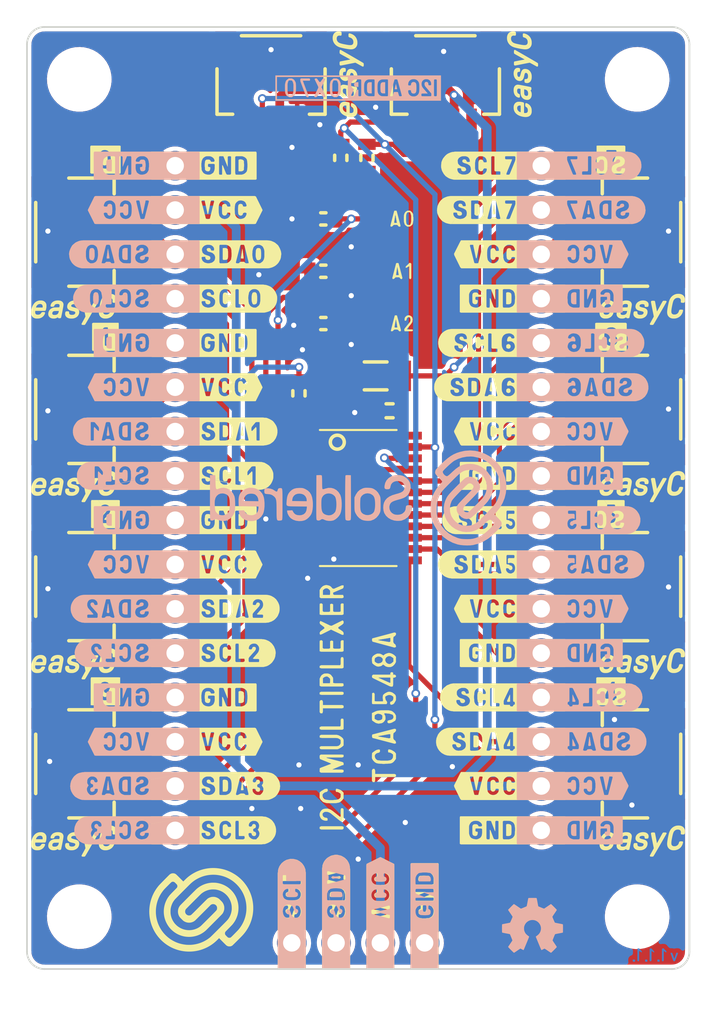
<source format=kicad_pcb>
(kicad_pcb (version 20210623) (generator pcbnew)
  (title_block (title "I2C multiplexer TCA9548A") (date "2021-09-09") (rev "V1.1.1.") (company "SOLDERED") (comment 1 "333042"))
  (layers (0 "F.Cu" signal) (31 "B.Cu" signal) (34 "B.Paste" user) (35 "F.Paste" user) (36 "B.SilkS" user "B.Silkscreen") (37 "F.SilkS" user "F.Silkscreen") (38 "B.Mask" user) (39 "F.Mask" user) (44 "Edge.Cuts" user))
  (net 0 "")
  (net 1 "GND")
  (net 2 "VCC")
  (net 3 "A0")
  (net 4 "A1")
  (net 5 "A2")
  (net 6 "SCL")
  (net 7 "SDA")
  (net 8 "SDA4")
  (net 9 "SCL4")
  (net 10 "SDA0")
  (net 11 "SCL0")
  (net 12 "SDA1")
  (net 13 "SCL1")
  (net 14 "SDA5")
  (net 15 "SCL5")
  (net 16 "SDA2")
  (net 17 "SCL2")
  (net 18 "SDA6")
  (net 19 "SCL6")
  (net 20 "SDA3")
  (net 21 "SCL3")
  (net 22 "SDA7")
  (net 23 "SCL7")
  (net 24 "Net-(R4-Pad2)")
  (footprint "buzzardLabel" (layer "F.Cu") (at 131 106.85)
    (fp_text reference "")
    (fp_text value "")
  )
  (footprint "buzzardLabel" (layer "F.Cu") (at 121.2 103.2)
    (fp_text reference "")
    (fp_text value "")
  )
  (footprint "e-radionica.com footprinti:easyC-connector" (layer "F.Cu") (at 103 128.44 90)
    (fp_text reference "K18")
    (fp_text value "easyC-SMD")
  )
  (footprint "buzzardLabel" (layer "F.Cu") (at 131 117.01)
    (fp_text reference "")
    (fp_text value "")
  )
  (footprint "buzzardLabel" (layer "F.Cu") (at 106.4 96.69)
    (fp_text reference "")
    (fp_text value "")
  )
  (footprint "buzzardLabel" (layer "F.Cu") (at 114.89 140.6 90)
    (fp_text reference "")
    (fp_text value "")
  )
  (footprint "buzzardLabel" (layer "F.Cu") (at 106.4 122.09)
    (fp_text reference "")
    (fp_text value "")
  )
  (footprint "buzzardLabel" (layer "F.Cu") (at 106.4 114.47)
    (fp_text reference "")
    (fp_text value "")
  )
  (footprint "e-radionica.com footprinti:FIDUCIAL_23" (layer "F.Cu") (at 135.2 128.5)
    (fp_text reference "FD1")
    (fp_text value "FIDUCIAL")
  )
  (footprint "buzzardLabel" (layer "F.Cu") (at 122.51 140.6 90)
    (fp_text reference "")
    (fp_text value "")
  )
  (footprint "buzzardLabel" (layer "F.Cu") (at 131 132.25)
    (fp_text reference "")
    (fp_text value "")
  )
  (footprint "e-radionica.com footprinti:0603R" (layer "F.Cu") (at 116.7 97.2)
    (fp_text reference "R1")
    (fp_text value "10k")
  )
  (footprint "buzzardLabel" (layer "F.Cu") (at 106.4 127.17)
    (fp_text reference "")
    (fp_text value "")
  )
  (footprint "Soldered Graphics:Logo-Front-easyC-5mm" (layer "F.Cu") (at 102.4 122.68)
    (fp_text reference "G***" hide)
    (fp_text value "LOGO" hide)
  )
  (footprint "buzzardLabel" (layer "F.Cu") (at 131 101.77)
    (fp_text reference "")
    (fp_text value "")
  )
  (footprint "buzzardLabel" (layer "F.Cu") (at 106.4 117.01)
    (fp_text reference "")
    (fp_text value "")
  )
  (footprint "e-radionica.com footprinti:easyC-connector" (layer "F.Cu") (at 103 118.28 90)
    (fp_text reference "K14")
    (fp_text value "easyC-SMD")
  )
  (footprint "buzzardLabel" (layer "F.Cu") (at 106.4 106.85)
    (fp_text reference "")
    (fp_text value "")
  )
  (footprint "e-radionica.com footprinti:easyC-connector" (layer "F.Cu") (at 123.7 89.5)
    (fp_text reference "K2")
    (fp_text value "easyC-SMD")
  )
  (footprint "buzzardLabel" (layer "F.Cu") (at 104.2 114.12)
    (fp_text reference "")
    (fp_text value "")
  )
  (footprint "buzzardLabel" (layer "F.Cu") (at 131 109.39)
    (fp_text reference "")
    (fp_text value "")
  )
  (footprint "e-radionica.com footprinti:easyC-connector" (layer "F.Cu") (at 103 108.12 90)
    (fp_text reference "K10")
    (fp_text value "easyC-SMD")
  )
  (footprint "e-radionica.com footprinti:SMD_JUMPER" (layer "F.Cu") (at 119.7 97.2)
    (fp_text reference "JP1")
    (fp_text value "SMD_JUMPER")
  )
  (footprint "buzzardLabel" (layer "F.Cu") (at 106.4 132.25)
    (fp_text reference "")
    (fp_text value "")
  )
  (footprint "buzzardLabel" (layer "F.Cu") (at 104.2 93.8)
    (fp_text reference "")
    (fp_text value "")
  )
  (footprint "e-radionica.com footprinti:0603R" (layer "F.Cu") (at 119.2 93.7 -90)
    (fp_text reference "R6")
    (fp_text value "10k")
  )
  (footprint "buzzardLabel" (layer "F.Cu") (at 121.2 97.2)
    (fp_text reference "")
    (fp_text value "")
  )
  (footprint "buzzardLabel" (layer "F.Cu") (at 133.2 114.12)
    (fp_text reference "")
    (fp_text value "")
  )
  (footprint "buzzardLabel" (layer "F.Cu") (at 106.4 124.63)
    (fp_text reference "")
    (fp_text value "")
  )
  (footprint "e-radionica.com footprinti:TSSOP-24" (layer "F.Cu") (at 118.7 113.2)
    (fp_text reference "U1")
    (fp_text value "TCA9548APWR")
  )
  (footprint "e-radionica.com footprinti:easyC-connector" (layer "F.Cu") (at 134.4 108.12 -90)
    (fp_text reference "K15")
    (fp_text value "easyC-SMD")
  )
  (footprint "buzzardLabel" (layer "F.Cu") (at 104.2 124.28)
    (fp_text reference "")
    (fp_text value "")
  )
  (footprint "buzzardLabel" (layer "F.Cu") (at 131 111.93)
    (fp_text reference "")
    (fp_text value "")
  )
  (footprint "buzzardLabel" (layer "F.Cu") (at 131 127.17)
    (fp_text reference "")
    (fp_text value "")
  )
  (footprint "e-radionica.com footprinti:0603R" (layer "F.Cu") (at 116.7 103.2)
    (fp_text reference "R3")
    (fp_text value "10k")
  )
  (footprint "buzzardLabel" (layer "F.Cu") (at 106.4 101.77)
    (fp_text reference "")
    (fp_text value "")
  )
  (footprint "e-radionica.com footprinti:HOLE_3.2mm" (layer "F.Cu") (at 102.7 89.2)
    (fp_text reference "H2" hide)
    (fp_text value "HOLE_3.2mm" hide)
  )
  (footprint "e-radionica.com footprinti:HOLE_3.2mm" (layer "F.Cu") (at 102.7 137.2)
    (fp_text reference "H1" hide)
    (fp_text value "HOLE_3.2mm" hide)
  )
  (footprint "buzzardLabel" (layer "F.Cu") (at 133.2 103.96)
    (fp_text reference "")
    (fp_text value "")
  )
  (footprint "e-radionica.com footprinti:easyC-connector" (layer "F.Cu") (at 134.4 118.28 -90)
    (fp_text reference "K11")
    (fp_text value "easyC-SMD")
  )
  (footprint "e-radionica.com footprinti:SMD_JUMPER" (layer "F.Cu") (at 119.7 103.2)
    (fp_text reference "JP3")
    (fp_text value "SMD_JUMPER")
  )
  (footprint "e-radionica.com footprinti:easyC-connector" (layer "F.Cu") (at 134.4 97.96 -90)
    (fp_text reference "K19")
    (fp_text value "easyC-SMD")
  )
  (footprint "Soldered Graphics:Logo-Front-easyC-5mm" (layer "F.Cu") (at 128.1 88.9 90)
    (fp_text reference "G***" hide)
    (fp_text value "LOGO" hide)
  )
  (footprint "e-radionica.com footprinti:0603R" (layer "F.Cu") (at 116.7 100.2)
    (fp_text reference "R2")
    (fp_text value "10k")
  )
  (footprint "e-radionica.com footprinti:HOLE_3.2mm" (layer "F.Cu") (at 134.7 89.2)
    (fp_text reference "H4" hide)
    (fp_text value "HOLE_3.2mm" hide)
  )
  (footprint "e-radionica.com footprinti:easyC-connector" (layer "F.Cu") (at 134.4 128.44 -90)
    (fp_text reference "K6")
    (fp_text value "easyC-SMD")
  )
  (footprint "e-radionica.com footprinti:easyC-connector" (layer "F.Cu") (at 103 97.96 90)
    (fp_text reference "K7")
    (fp_text value "easyC-SMD")
  )
  (footprint "buzzardLabel" (layer "F.Cu") (at 131 99.23)
    (fp_text reference "")
    (fp_text value "")
  )
  (footprint "buzzardLabel" (layer "F.Cu") (at 131 129.71)
    (fp_text reference "")
    (fp_text value "")
  )
  (footprint "buzzardLabel" (layer "F.Cu") (at 121.2 100.2)
    (fp_text reference "")
    (fp_text value "")
  )
  (footprint "buzzardLabel" (layer "F.Cu") (at 106.4 119.55)
    (fp_text reference "")
    (fp_text value "")
  )
  (footprint "buzzardLabel" (layer "F.Cu") (at 133.2 93.8)
    (fp_text reference "")
    (fp_text value "")
  )
  (footprint "Soldered Graphics:Logo-Front-easyC-5mm" (layer "F.Cu") (at 135 122.68)
    (fp_text reference "G***" hide)
    (fp_text value "LOGO" hide)
  )
  (footprint "Soldered Graphics:Logo-Front-easyC-5mm" (layer "F.Cu") (at 102.4 112.52)
    (fp_text reference "G***" hide)
    (fp_text value "LOGO" hide)
  )
  (footprint "buzzardLabel" (layer "F.Cu") (at 106.4 129.71)
    (fp_text reference "")
    (fp_text value "")
  )
  (footprint "buzzardLabel" (layer "F.Cu") (at 131 96.69)
    (fp_text reference "")
    (fp_text value "")
  )
  (footprint "buzzardLabel" (layer "F.Cu") (at 131 94.15)
    (fp_text reference "")
    (fp_text value "")
  )
  (footprint "e-radionica.com footprinti:HOLE_3.2mm" (layer "F.Cu") (at 134.7 137.2)
    (fp_text reference "H3" hide)
    (fp_text value "HOLE_3.2mm" hide)
  )
  (footprint "buzzardLabel" (layer "F.Cu") (at 106.4 109.39)
    (fp_text reference "")
    (fp_text value "")
  )
  (footprint "buzzardLabel" (layer "F.Cu") (at 106.4 94.15)
    (fp_text reference "")
    (fp_text value "")
  )
  (footprint "e-radionica.com footprinti:SMD_JUMPER" (layer "F.Cu") (at 119.7 100.2)
    (fp_text reference "JP2")
    (fp_text value "SMD_JUMPER")
  )
  (footprint "Soldered Graphics:Logo-Front-easyC-5mm" (layer "F.Cu") (at 102.4 102.36)
    (fp_text reference "G***" hide)
    (fp_text value "LOGO" hide)
  )
  (footprint "buzzardLabel" (layer "F.Cu") (at 131 122.09)
    (fp_text reference "")
    (fp_text value "")
  )
  (footprint "buzzardLabel" (layer "F.Cu") (at 131 124.63)
    (fp_text reference "")
    (fp_text value "")
  )
  (footprint "buzzardLabel" (layer "F.Cu") (at 106.4 99.23)
    (fp_text reference "")
    (fp_text value "")
  )
  (footprint "buzzardLabel" (layer "F.Cu") (at 106.4 104.31)
    (fp_text reference "")
    (fp_text value "")
  )
  (footprint "Soldered Graphics:Logo-Front-easyC-5mm" (layer "F.Cu") (at 135 112.52)
    (fp_text reference "G***" hide)
    (fp_text value "LOGO" hide)
  )
  (footprint "Soldered Graphics:Logo-Front-easyC-5mm" (layer "F.Cu") (at 102.4 132.84)
    (fp_text reference "G***" hide)
    (fp_text value "LOGO" hide)
  )
  (footprint "e-radionica.com footprinti:0603C" (layer "F.Cu") (at 120.5 108.2)
    (fp_text reference "C1")
    (fp_text value "100n")
  )
  (footprint "buzzardLabel" (layer "F.Cu") (at 131 104.31)
    (fp_text reference "")
    (fp_text value "")
  )
  (footprint "Soldered Graphics:Logo-Back-OSH-3.5mm" (layer "F.Cu") (at 128.7 137.7)
    (fp_text reference "G***" hide)
    (fp_text value "LOGO" hide)
  )
  (footprint "e-radionica.com footprinti:easyC-connector" (layer "F.Cu") (at 113.7 89.5)
    (fp_text reference "K1")
    (fp_text value "easyC-SMD")
  )
  (footprint "buzzardLabel" (layer "F.Cu") (at 131 119.55)
    (fp_text reference "")
    (fp_text value "")
  )
  (footprint "buzzardLabel" (layer "F.Cu") (at 120.2 125.2 90)
    (fp_text reference "")
    (fp_text value "")
  )
  (footprint "buzzardLabel" (layer "F.Cu") (at 133.2 124.28)
    (fp_text reference "")
    (fp_text value "")
  )
  (footprint "buzzardLabel" (layer "F.Cu") (at 117.43 140.6 90)
    (fp_text reference "")
    (fp_text value "")
  )
  (footprint "buzzardLabel" (layer "F.Cu") (at 119.97 140.6 90)
    (fp_text reference "")
    (fp_text value "")
  )
  (footprint "Soldered Graphics:Logo-Back-SolderedFULL-17mm" (layer "F.Cu") (at 118.7 113.2)
    (fp_text reference "REF**" hide)
    (fp_text value "Logo-Front-SolderedFULL-17mm" hide)
  )
  (footprint "Soldered Graphics:Logo-Front-easyC-5mm" (layer "F.Cu") (at 118.1 88.9 90)
    (fp_text reference "G***" hide)
    (fp_text value "LOGO" hide)
  )
  (footprint "e-radionica.com footprinti:1206C" (layer "F.Cu") (at 119.7 106.2 180)
    (fp_text reference "C2")
    (fp_text value "10u")
  )
  (footprint "e-radionica.com footprinti:0603R" (layer "F.Cu") (at 115.3 107.2 -90)
    (fp_text reference "R4")
    (fp_text value "10k")
  )
  (footprint "buzzardLabel" (layer "F.Cu") (at 131 114.47)
    (fp_text reference "")
    (fp_text value "")
  )
  (footprint "buzzardLabel" (layer "F.Cu") (at 117.2 125.2 90)
    (fp_text reference "")
    (fp_text value "")
  )
  (footprint "e-radionica.com footprinti:0603R" (layer "F.Cu") (at 117.7 93.7 -90)
    (fp_text reference "R5")
    (fp_text value "10k")
  )
  (footprint "Soldered Graphics:Logo-Front-easyC-5mm" (layer "F.Cu") (at 135 132.84)
    (fp_text reference "G***" hide)
    (fp_text value "LOGO" hide)
  )
  (footprint "Soldered Graphics:Logo-Front-easyC-5mm" (layer "F.Cu") (at 135 102.36)
    (fp_text reference "G***" hide)
    (fp_text value "LOGO" hide)
  )
  (footprint "buzzardLabel" (layer "F.Cu") (at 104.2 103.96)
    (fp_text reference "")
    (fp_text value "")
  )
  (footprint "Soldered Graphics:Logo-Front-Soldered-6mm" (layer "F.Cu") (at 109.7 136.8 90)
    (fp_text reference "G***" hide)
    (fp_text value "LOGO" hide)
  )
  (footprint "buzzardLabel" (layer "F.Cu") (at 106.4 111.93)
    (fp_text reference "")
    (fp_text value "")
  )
  (footprint "buzzardLabel" (layer "B.Cu") (at 122.5 140.6125 90)
    (fp_text reference "")
    (fp_text value "")
  )
  (footprint "buzzardLabel" (layer "B.Cu") (at 114.89 140.6 90)
    (fp_text reference "")
    (fp_text value "")
  )
  (footprint "buzzardLabel" (layer "B.Cu") (at 127.4 127.17 180)
    (fp_text reference "")
    (fp_text value "")
  )
  (footprint "buzzardLabel" (layer "B.Cu") (at 127.4 94.15 180)
    (fp_text reference "")
    (fp_text value "")
  )
  (footprint "buzzardLabel" (layer "B.Cu") (at 127.4 99.23 180)
    (fp_text reference "")
    (fp_text value "")
  )
  (footprint "buzzardLabel" (layer "B.Cu") (at 127.4 122.09 180)
    (fp_text reference "")
    (fp_text value "")
  )
  (footprint "buzzardLabel" (layer "B.Cu") (at 119.97 140.6 90)
    (fp_text reference "")
    (fp_text value "")
  )
  (footprint "buzzardLabel" (layer "B.Cu") (at 127.4 96.69 180)
    (fp_text reference "")
    (fp_text value "")
  )
  (footprint "buzzardLabel" (layer "B.Cu") (at 110 129.71 180)
    (fp_text reference "")
    (fp_text value "")
  )
  (footprint "buzzardLabel" (layer "B.Cu") (at 127.4 101.77 180)
    (fp_text reference "")
    (fp_text value "")
  )
  (footprint "e-radionica.com footprinti:HEADER_MALE_4X1" (layer "B.Cu") (at 108.2 118.28 -90)
    (fp_text reference "K12")
    (fp_text value "HEADER_MALE_4X1")
  )
  (footprint "buzzardLabel" (layer "B.Cu") (at 110 104.31 180)
    (fp_text reference "")
    (fp_text value "")
  )
  (footprint "e-radionica.com footprinti:HEADER_MALE_4X1" (layer "B.Cu") (at 129.2 128.44 90)
    (fp_text reference "K4")
    (fp_text value "HEADER_MALE_4X1")
  )
  (footprint "buzzardLabel" (layer "B.Cu") (at 127.4 124.63 180)
    (fp_text reference "")
    (fp_text value "")
  )
  (footprint "buzzardLabel" (layer "B.Cu") (at 127.4 106.85 180)
    (fp_text reference "")
    (fp_text value "")
  )
  (footprint "buzzardLabel" (layer "B.Cu") (at 110 94.15 180)
    (fp_text reference "")
    (fp_text value "")
  )
  (footprint "buzzardLabel" (layer "B.Cu") (at 110 106.85 180)
    (fp_text reference "")
    (fp_text value "")
  )
  (footprint "e-radionica.com footprinti:HEADER_MALE_4X1" (layer "B.Cu") (at 129.2 97.96 90)
    (fp_text reference "K17")
    (fp_text value "HEADER_MALE_4X1")
  )
  (footprint "buzzardLabel" (layer "B.Cu") (at 127.4 129.71 180)
    (fp_text reference "")
    (fp_text value "")
  )
  (footprint "buzzardLabel" (layer "B.Cu") (at 127.4 111.93 180)
    (fp_text reference "")
    (fp_text value "")
  )
  (footprint "buzzardLabel" (layer "B.Cu") (at 117.43 140.6 90)
    (fp_text reference "")
    (fp_text value "")
  )
  (footprint "buzzardLabel" (layer "B.Cu") (at 110 101.77 180)
    (fp_text reference "")
    (fp_text value "")
  )
  (footprint "buzzardLabel" (layer "B.Cu") (at 110 119.55 180)
    (fp_text reference "")
    (fp_text value "")
  )
  (footprint "e-radionica.com footprinti:HEADER_MALE_4X1" (layer "B.Cu") (at 108.2 97.96 -90)
    (fp_text reference "K5")
    (fp_text value "HEADER_MALE_4X1")
  )
  (footprint "buzzardLabel" (layer "B.Cu") (at 127.4 117.01 180)
    (fp_text reference "")
    (fp_text value "")
  )
  (footprint "buzzardLabel" (layer "B.Cu") (at 110 111.93 180)
    (fp_text reference "")
    (fp_text value "")
  )
  (footprint "e-radionica.com footprinti:HEADER_MALE_4X1" (layer "B.Cu") (at 129.2 108.12 90)
    (fp_text reference "K13")
    (fp_text value "HEADER_MALE_4X1")
  )
  (footprint "Soldered Graphics:Symbol-Front-I2C-ADDR-Field" (layer "B.Cu") (at 118.7 89.7 180)
    (fp_text reference "REF**" hide)
    (fp_text value "Symbol-Front-I2C-ADDR-Field" hide)
  )
  (footprint "buzzardLabel" (layer "B.Cu") (at 110 99.23 180)
    (fp_text reference "")
    (fp_text value "")
  )
  (footprint "buzzardLabel" (layer "B.Cu") (at 110 96.69 180)
    (fp_text reference "")
    (fp_text value "")
  )
  (footprint "buzzardLabel" (layer "B.Cu") (at 110 132.25 180)
    (fp_text reference "")
    (fp_text value "")
  )
  (footprint "buzzardLabel" (layer "B.Cu") (at 110 114.47 180)
    (fp_text reference "")
    (fp_text value "")
  )
  (footprint "buzzardLabel" (layer "B.Cu") (at 127.4 104.31 180)
    (fp_text reference "")
    (fp_text value "")
  )
  (footprint "buzzardLabel" (layer "B.Cu") (at 110 117.01 180)
    (fp_text reference "")
    (fp_text value "")
  )
  (footprint "buzzardLabel" (layer "B.Cu") (at 110 124.63 180)
    (fp_text reference "")
    (fp_text value "")
  )
  (footprint "e-radionica.com footprinti:HEADER_MALE_4X1" (layer "B.Cu") (at 118.7 138.7 180)
    (fp_text reference "K3")
    (fp_text value "HEADER_MALE_4X1")
  )
  (footprint "Soldered Graphics:Version1.1.1." (layer "B.Cu") (at 135.7 139.4 180)
    (fp_text reference "REF**" hide)
    (fp_text value "Version1.1.1." hide)
  )
  (footprint "e-radionica.com footprinti:HEADER_MALE_4X1" (layer "B.Cu") (at 108.2 128.44 -90)
    (fp_text reference "K16")
    (fp_text value "HEADER_MALE_4X1")
  )
  (footprint "buzzardLabel" (layer "B.Cu") (at 127.4 119.55 180)
    (fp_text reference "")
    (fp_text value "")
  )
  (footprint "e-radionica.com footprinti:HEADER_MALE_4X1" (layer "B.Cu") (at 108.2 108.12 -90)
    (fp_text reference "K8")
    (fp_text value "HEADER_MALE_4X1")
  )
  (footprint "buzzardLabel" (layer "B.Cu") (at 127.4 109.39 180)
    (fp_text reference "")
    (fp_text value "")
  )
  (footprint "e-radionica.com footprinti:HEADER_MALE_4X1" (layer "B.Cu") (at 129.2 118.28 90)
    (fp_text reference "K9")
    (fp_text value "HEADER_MALE_4X1")
  )
  (footprint "buzzardLabel" (layer "B.Cu") (at 110 127.17 180)
    (fp_text reference "")
    (fp_text value "")
  )
  (footprint "buzzardLabel" (layer "B.Cu") (at 110 109.39 180)
    (fp_text reference "")
    (fp_text value "")
  )
  (footprint "buzzardLabel" (layer "B.Cu") (at 116.1 89.7 180)
    (fp_text reference "")
    (fp_text value "")
  )
  (footprint "buzzardLabel" (layer "B.Cu") (at 127.4 132.25 180)
    (fp_text reference "")
    (fp_text value "")
  )
  (footprint "buzzardLabel" (layer "B.Cu") (at 110 122.09 180)
    (fp_text reference "")
    (fp_text value "")
  )
  (footprint "buzzardLabel" (layer "B.Cu") (at 127.4 114.47 180)
    (fp_text reference "")
    (fp_text value "")
  )
  (gr_arc (start 100.7 139.2) (end 100.7 140.2) (angle 90) (layer "Edge.Cuts") (width 0.1))
  (gr_arc (start 100.7 87.2) (end 100.7 86.2) (angle -90) (layer "Edge.Cuts") (width 0.1))
  (gr_line (start 137.7 87.2) (end 137.7 139.2) (layer "Edge.Cuts") (width 0.1))
  (gr_arc (start 136.7 87.2) (end 136.7 86.2) (angle 90) (layer "Edge.Cuts") (width 0.1))
  (gr_arc (start 136.7 139.2) (end 136.7 140.2) (angle -90) (layer "Edge.Cuts") (width 0.1))
  (gr_line (start 136.7 140.2) (end 100.7 140.2) (layer "Edge.Cuts") (width 0.1))
  (gr_line (start 99.7 139.2) (end 99.7 87.2) (layer "Edge.Cuts") (width 0.1))
  (gr_line (start 100.7 86.2) (end 136.7 86.2) (layer "Edge.Cuts") (width 0.1))
  (via (at 118.3 98.8) (size 0.5) (drill 0.3) (layers "F.Cu" "B.Cu") (net 1))
  (via (at 118.7 133.9) (size 0.5) (drill 0.3) (layers "F.Cu" "B.Cu") (net 1))
  (via (at 100.9 97.9) (size 0.5) (drill 0.3) (layers "F.Cu" "B.Cu") (net 1))
  (via (at 115.5 104.7) (size 0.5) (drill 0.3) (layers "F.Cu" "B.Cu") (net 1))
  (via (at 119.7 90.8) (size 0.5) (drill 0.3) (layers "F.Cu" "B.Cu") (net 1))
  (via (at 115.8 117.8) (size 0.5) (drill 0.3) (layers "F.Cu" "B.Cu") (net 1))
  (via (at 114.9 97.2) (size 0.5) (drill 0.3) (layers "F.Cu" "B.Cu") (net 1))
  (via (at 124.1 128.6) (size 0.5) (drill 0.3) (layers "F.Cu" "B.Cu") (net 1))
  (via (at 101 128.3) (size 0.5) (drill 0.3) (layers "F.Cu" "B.Cu") (net 1))
  (via (at 113.4 114.4) (size 0.5) (drill 0.3) (layers "F.Cu" "B.Cu") (net 1))
  (via (at 118.3 101.6) (size 0.5) (drill 0.3) (layers "F.Cu" "B.Cu") (net 1))
  (via (at 100.9 118.4) (size 0.5) (drill 0.3) (layers "F.Cu" "B.Cu") (net 1))
  (via (at 121.4 131.8) (size 0.5) (drill 0.3) (layers "F.Cu" "B.Cu") (net 1))
  (via (at 123.6 87.6) (size 0.5) (drill 0.3) (layers "F.Cu" "B.Cu") (net 1))
  (via (at 115 103.3) (size 0.5) (drill 0.3) (layers "F.Cu" "B.Cu") (net 1))
  (via (at 100.9 108.2) (size 0.5) (drill 0.3) (layers "F.Cu" "B.Cu") (net 1))
  (via (at 116.5 91.8) (size 0.5) (drill 0.3) (layers "F.Cu" "B.Cu") (net 1))
  (via (at 133.4 125.9) (size 0.5) (drill 0.3) (layers "F.Cu" "B.Cu") (net 1))
  (via (at 134.4 130.8) (size 0.5) (drill 0.3) (layers "F.Cu" "B.Cu") (net 1))
  (via (at 112.6 131) (size 0.5) (drill 0.3) (layers "F.Cu" "B.Cu") (net 1))
  (via (at 136.5 97.9) (size 0.5) (drill 0.3) (layers "F.Cu" "B.Cu") (net 1))
  (via (at 113 100.4) (size 0.5) (drill 0.3) (layers "F.Cu" "B.Cu") (net 1))
  (via (at 118.7 128.5) (size 0.5) (drill 0.3) (layers "F.Cu" "B.Cu") (net 1))
  (via (at 114.9 93.1) (size 0.5) (drill 0.3) (layers "F.Cu" "B.Cu") (net 1))
  (via (at 118.3 104.4) (size 0.5) (drill 0.3) (layers "F.Cu" "B.Cu") (net 1))
  (via (at 117.3 116.7) (size 0.5) (drill 0.3) (layers "F.Cu" "B.Cu") (net 1))
  (via (at 113.7 87.5) (size 0.5) (drill 0.3) (layers "F.Cu" "B.Cu") (net 1))
  (via (at 115.4 131) (size 0.5) (drill 0.3) (layers "F.Cu" "B.Cu") (net 1))
  (via (at 115.3 128.5) (size 0.5) (drill 0.3) (layers "F.Cu" "B.Cu") (net 1))
  (via (at 136.5 108.1) (size 0.5) (drill 0.3) (layers "F.Cu" "B.Cu") (net 1))
  (via (at 118.5 108.3) (size 0.5) (drill 0.3) (layers "F.Cu" "B.Cu") (net 1))
  (via (at 136.5 118.3) (size 0.5) (drill 0.3) (layers "F.Cu" "B.Cu") (net 1))
  (segment (start 107.43 107.62) (end 108.2 106.85) (width 0.3) (layer "F.Cu") (net 2))
  (segment (start 129.97 108.62) (end 129.2 109.39) (width 0.3) (layer "F.Cu") (net 2))
  (segment (start 132.25 98.46) (end 129.97 98.46) (width 0.3) (layer "F.Cu") (net 2))
  (segment (start 120.05 97.2) (end 120.05 100.2) (width 0.3) (layer "F.Cu") (net 2))
  (segment (start 114.6 89.8) (end 123.9 89.8) (width 0.5) (layer "F.Cu") (net 2))
  (segment (start 106.54 97.46) (end 107.31 96.69) (width 0.3) (layer "F.Cu") (net 2))
  (segment (start 121.23 109.255) (end 121.6 109.625) (width 0.3) (layer "F.Cu") (net 2))
  (segment (start 123.7 106.2) (end 124.2 105.7) (width 0.3) (layer "F.Cu") (net 2))
  (segment (start 132.25 108.62) (end 129.97 108.62) (width 0.3) (layer "F.Cu") (net 2))
  (segment (start 106.46 127.94) (end 107.23 127.17) (width 0.3) (layer "F.Cu") (net 2))
  (segment (start 120.05 103.2) (end 120.05 103.85) (width 0.3) (layer "F.Cu") (net 2))
  (segment (start 120.05 96.05) (end 120.05 97.2) (width 0.3) (layer "F.Cu") (net 2))
  (segment (start 106.42 117.78) (end 107.19 117.01) (width 0.3) (layer "F.Cu") (net 2))
  (segment (start 121.225 106.2) (end 123.7 106.2) (width 0.3) (layer "F.Cu") (net 2))
  (segment (start 105.15 127.94) (end 106.46 127.94) (width 0.3) (layer "F.Cu") (net 2))
  (segment (start 131.26 128.94) (end 130.49 129.71) (width 0.3) (layer "F.Cu") (net 2))
  (segment (start 119.2 94.475) (end 117.7 94.475) (width 0.3) (layer "F.Cu") (net 2))
  (segment (start 105.15 107.62) (end 107.43 107.62) (width 0.3) (layer "F.Cu") (net 2))
  (segment (start 121.23 108.2) (end 121.23 109.255) (width 0.3) (layer "F.Cu") (net 2))
  (segment (start 119.2 94.475) (end 119.2 95.2) (width 0.3) (layer "F.Cu") (net 2))
  (segment (start 124.2 90.1) (end 124.2 91.65) (width 0.5) (layer "F.Cu") (net 2))
  (segment (start 123.9 89.8) (end 124.2 90.1) (width 0.5) (layer "F.Cu") (net 2))
  (segment (start 107.23 127.17) (end 108.2 127.17) (width 0.3) (layer "F.Cu") (net 2))
  (segment (start 114.2 90.2) (end 114.6 89.8) (width 0.5) (layer "F.Cu") (net 2))
  (segment (start 131.12 118.78) (end 130.35 119.55) (width 0.3) (layer "F.Cu") (net 2))
  (segment (start 119.2 95.2) (end 120.05 96.05) (width 0.3) (layer "F.Cu") (net 2))
  (segment (start 132.25 118.78) (end 131.12 118.78) (width 0.3) (layer "F.Cu") (net 2))
  (segment (start 121.225 106.2) (end 121.225 108.195) (width 0.3) (layer "F.Cu") (net 2))
  (segment (start 129.97 98.46) (end 129.2 99.23) (width 0.3) (layer "F.Cu") (net 2))
  (segment (start 107.31 96.69) (end 108.2 96.69) (width 0.3) (layer "F.Cu") (net 2))
  (segment (start 130.35 119.55) (end 129.2 119.55) (width 0.3) (layer "F.Cu") (net 2))
  (segment (start 114.2 91.65) (end 114.2 90.2) (width 0.5) (layer "F.Cu") (net 2))
  (segment (start 107.19 117.01) (end 108.2 117.01) (width 0.3) (layer "F.Cu") (net 2))
  (segment (start 121.225 108.195) (end 121.23 108.2) (width 0.3) (layer "F.Cu") (net 2))
  (segment (start 105.15 117.78) (end 106.42 117.78) (width 0.3) (layer "F.Cu") (net 2))
  (segment (start 121.225 105.025) (end 121.225 106.2) (width 0.3) (layer "F.Cu") (net 2))
  (segment (start 132.25 128.94) (end 131.26 128.94) (width 0.3) (layer "F.Cu") (net 2))
  (segment (start 120.05 100.2) (end 120.05 103.2) (width 0.3) (layer "F.Cu") (net 2))
  (segment (start 120.05 103.85) (end 121.225 105.025) (width 0.3) (layer "F.Cu") (net 2))
  (segment (start 115.3 106.425) (end 115.3 105.7) (width 0.3) (layer "F.Cu") (net 2))
  (segment (start 130.49 129.71) (end 129.2 129.71) (width 0.3) (layer "F.Cu") (net 2))
  (segment (start 105.15 97.46) (end 106.54 97.46) (width 0.3) (layer "F.Cu") (net 2))
  (via (at 115.3 105.7) (size 0.5) (drill 0.3) (layers "F.Cu" "B.Cu") (net 2))
  (via (at 124.2 105.7) (size 0.5) (drill 0.3) (layers "F.Cu" "B.Cu") (net 2))
  (via (at 124.2 90.1) (size 0.5) (drill 0.3) (layers "F.Cu" "B.Cu") (net 2))
  (segment (start 126.1 110.6) (end 126.1 103.9) (width 0.5) (layer "B.Cu") (net 2))
  (segment (start 119.97 133.27) (end 119.97 138.7) (width 0.5) (layer "B.Cu") (net 2))
  (segment (start 124.39 129.71) (end 126.1 128) (width 0.5) (layer "B.Cu") (net 2))
  (segment (start 112.9 105.7) (end 111.7 106.9) (width 0.3) (layer "B.Cu") (net 2))
  (segment (start 111.7 108.1) (end 110.45 106.85) (width 0.5) (layer "B.Cu") (net 2))
  (segment (start 111.7 97.7) (end 111.7 106.9) (width 0.5) (layer "B.Cu") (net 2))
  (segment (start 110.37 127.17) (end 111.7 128.5) (width 0.5) (layer "B.Cu") (net 2))
  (segment (start 111.7 118.3) (end 111.7 126.3) (width 0.5) (layer "B.Cu") (net 2))
  (segment (start 111.7 126.3) (end 111.7 128.5) (width 0.5) (layer "B.Cu") (net 2))
  (segment (start 108.2 127.17) (end 110.37 127.17) (width 0.5) (layer "B.Cu") (net 2))
  (segment (start 110.45 106.85) (end 108.2 106.85) (width 0.5) (layer "B.Cu") (net 2))
  (segment (start 124.39 129.71) (end 112.91 129.71) (width 0.5) (layer "B.Cu") (net 2))
  (segment (start 111.7 106.9) (end 111.7 108.1) (width 0.5) (layer "B.Cu") (net 2))
  (segment (start 124.2 105.7) (end 126 103.9) (width 0.3) (layer "B.Cu") (net 2))
  (segment (start 126.1 110.6) (end 127.31 109.39) (width 0.5) (layer "B.Cu") (net 2))
  (segment (start 111.7 118.3) (end 110.41 117.01) (width 0.5) (layer "B.Cu") (net 2))
  (segment (start 110.69 96.69) (end 111.7 97.7) (width 0.5) (layer "B.Cu") (net 2))
  (segment (start 111.7 108.1) (end 111.7 118.3) (width 0.5) (layer "B.Cu") (net 2))
  (segment (start 116.4 129.7) (end 119.97 133.27) (width 0.5) (layer "B.Cu") (net 2))
  (segment (start 126 103.9) (end 126.1 103.9) (width 0.3) (layer "B.Cu") (net 2))
  (segment (start 126.1 103.2) (end 126.1 100.5) (width 0.5) (layer "B.Cu") (net 2))
  (segment (start 126.1 103.9) (end 126.1 103.2) (width 0.5) (layer "B.Cu") (net 2))
  (segment (start 126.1 126.6) (end 126.1 120.3) (width 0.5) (layer "B.Cu") (net 2))
  (segment (start 127.37 99.23) (end 129.2 99.23) (width 0.5) (layer "B.Cu") (net 2))
  (segment (start 126.1 100.5) (end 126.1 92) (width 0.5) (layer "B.Cu") (net 2))
  (segment (start 126.1 92) (end 124.2 90.1) (width 0.5) (layer "B.Cu") (net 2))
  (segment (start 108.2 96.69) (end 110.69 96.69) (width 0.5) (layer "B.Cu") (net 2))
  (segment (start 115.3 105.7) (end 112.9 105.7) (width 0.3) (layer "B.Cu") (net 2))
  (segment (start 111.7 128.5) (end 112.9 129.7) (width 0.5) (layer "B.Cu") (net 2))
  (segment (start 126.1 100.5) (end 127.37 99.23) (width 0.5) (layer "B.Cu") (net 2))
  (segment (start 126.1 120.3) (end 126.1 110.6) (width 0.5) (layer "B.Cu") (net 2))
  (segment (start 126.1 120.3) (end 126.85 119.55) (width 0.5) (layer "B.Cu") (net 2))
  (segment (start 112.91 129.71) (end 112.9 129.7) (width 0.5) (layer "B.Cu") (net 2))
  (segment (start 129.2 129.71) (end 124.39 129.71) (width 0.5) (layer "B.Cu") (net 2))
  (segment (start 126.85 119.55) (end 129.2 119.55) (width 0.5) (layer "B.Cu") (net 2))
  (segment (start 112.9 129.7) (end 116.4 129.7) (width 0.5) (layer "B.Cu") (net 2))
  (segment (start 126.1 128) (end 126.1 126.6) (width 0.5) (layer "B.Cu") (net 2))
  (segment (start 127.31 109.39) (end 129.2 109.39) (width 0.5) (layer "B.Cu") (net 2))
  (segment (start 110.41 117.01) (end 108.2 117.01) (width 0.5) (layer "B.Cu") (net 2))
  (segment (start 114.625 109.625) (end 114.1 109.1) (width 0.3) (layer "F.Cu") (net 3))
  (segment (start 114.1 109.1) (end 114.1 103) (width 0.3) (layer "F.Cu") (net 3))
  (segment (start 115.8 109.625) (end 114.625 109.625) (width 0.3) (layer "F.Cu") (net 3))
  (segment (start 118.3 97.2) (end 117.475 97.2) (width 0.3) (layer "F.Cu") (net 3))
  (segment (start 119.35 97.2) (end 118.3 97.2) (width 0.3) (layer "F.Cu") (net 3))
  (via (at 114.1 103) (size 0.5) (drill 0.3) (layers "F.Cu" "B.Cu") (net 3))
  (via (at 118.3 97.2) (size 0.5) (drill 0.3) (layers "F.Cu" "B.Cu") (net 3))
  (segment (start 114.1 103) (end 114.1 101.4) (width 0.3) (layer "B.Cu") (net 3))
  (segment (start 114.1 101.4) (end 118.3 97.2) (width 0.3) (layer "B.Cu") (net 3))
  (segment (start 117.475 101.025) (end 117.475 100.2) (width 0.3) (layer "F.Cu") (net 4))
  (segment (start 115.8 110.275) (end 115.775 110.3) (width 0.3) (layer "F.Cu") (net 4))
  (segment (start 113.9 110.3) (end 113.4 109.8) (width 0.3) (layer "F.Cu") (net 4))
  (segment (start 113.4 102.7) (end 114.4 101.7) (width 0.3) (layer "F.Cu") (net 4))
  (segment (start 116.8 101.7) (end 117.475 101.025) (width 0.3) (layer "F.Cu") (net 4))
  (segment (start 117.475 100.2) (end 119.35 100.2) (width 0.3) (layer "F.Cu") (net 4))
  (segment (start 115.775 110.3) (end 113.9 110.3) (width 0.3) (layer "F.Cu") (net 4))
  (segment (start 113.4 109.8) (end 113.4 102.7) (width 0.3) (layer "F.Cu") (net 4))
  (segment (start 114.4 101.7) (end 116.8 101.7) (width 0.3) (layer "F.Cu") (net 4))
  (segment (start 117.475 103.2) (end 119.35 103.2) (width 0.3) (layer "F.Cu") (net 5))
  (segment (start 121.6 111.575) (end 119.175 111.575) (width 0.3) (layer "F.Cu") (net 5))
  (segment (start 116.6 104.7) (end 117.475 103.825) (width 0.3) (layer "F.Cu") (net 5))
  (segment (start 119.175 111.575) (end 117.79952 110.19952) (width 0.3) (layer "F.Cu") (net 5))
  (segment (start 117.79952 108.993093) (end 116.6 107.793573) (width 0.3) (layer "F.Cu") (net 5))
  (segment (start 117.475 103.825) (end 117.475 103.2) (width 0.3) (layer "F.Cu") (net 5))
  (segment (start 117.79952 110.19952) (end 117.79952 108.993093) (width 0.3) (layer "F.Cu") (net 5))
  (segment (start 116.6 107.793573) (end 116.6 104.7) (width 0.3) (layer "F.Cu") (net 5))
  (segment (start 113.3 94) (end 112.2 92.9) (width 0.3) (layer "F.Cu") (net 6))
  (segment (start 118.25 91.65) (end 122.2 91.65) (width 0.3) (layer "F.Cu") (net 6))
  (segment (start 117.9 92) (end 118.25 91.65) (width 0.3) (layer "F.Cu") (net 6))
  (segment (start 117.9 92) (end 117.7 92.2) (width 0.3) (layer "F.Cu") (net 6))
  (segment (start 116.1 94) (end 113.3 94) (width 0.3) (layer "F.Cu") (net 6))
  (segment (start 114.89 134.91) (end 121.9 127.9) (width 0.3) (layer "F.Cu") (net 6))
  (segment (start 117.7 92.925) (end 117.175 92.925) (width 0.3) (layer "F.Cu") (net 6))
  (segment (start 120.225 110.925) (end 121.6 110.925) (width 0.3) (layer "F.Cu") (net 6))
  (segment (start 117.7 92.2) (end 117.7 92.925) (width 0.3) (layer "F.Cu") (net 6))
  (segment (start 120.2 110.9) (end 120.225 110.925) (width 0.3) (layer "F.Cu") (net 6))
  (segment (start 121.9 127.9) (end 122 127.8) (width 0.3) (layer "F.Cu") (net 6))
  (segment (start 117.175 92.925) (end 116.1 94) (width 0.3) (layer "F.Cu") (net 6))
  (segment (start 122 127.8) (end 122 124.4) (width 0.3) (layer "F.Cu") (net 6))
  (segment (start 114.89 138.7) (end 114.89 134.91) (width 0.3) (layer "F.Cu") (net 6))
  (segment (start 112.2 92.9) (end 112.2 91.65) (width 0.3) (layer "F.Cu") (net 6))
  (via (at 122 124.4) (size 0.5) (drill 0.3) (layers "F.Cu" "B.Cu") (net 6))
  (via (at 117.9 92) (size 0.5) (drill 0.3) (layers "F.Cu" "B.Cu") (net 6))
  (via (at 120.2 110.9) (size 0.5) (drill 0.3) (layers "F.Cu" "B.Cu") (net 6))
  (segment (start 117.9 92) (end 122 96.1) (width 0.3) (layer "B.Cu") (net 6))
  (segment (start 122 112.7) (end 122 124.4) (width 0.3) (layer "B.Cu") (net 6))
  (segment (start 120.2 110.9) (end 122 112.7) (width 0.3) (layer "B.Cu") (net 6))
  (segment (start 122 96.1) (end 122 112.7) (width 0.3) (layer "B.Cu") (net 6))
  (segment (start 123.2 93) (end 123.2 91.65) (width 0.3) (layer "F.Cu") (net 7))
  (segment (start 123.075 110.275) (end 123.1 110.3) (width 0.3) (layer "F.Cu") (net 7))
  (segment (start 117.43 133.87) (end 117.43 138.7) (width 0.3) (layer "F.Cu") (net 7))
  (segment (start 119.2 92.925) (end 120.725 92.925) (width 0.3) (layer "F.Cu") (net 7))
  (segment (start 122.7 93.5) (end 123.2 93) (width 0.3) (layer "F.Cu") (net 7))
  (segment (start 123.1 125.9) (end 123.1 128.2) (width 0.3) (layer "F.Cu") (net 7))
  (segment (start 113.2 90.3) (end 113.2 91.65) (width 0.3) (layer "F.Cu") (net 7))
  (segment (start 120.725 92.925) (end 121.3 93.5) (width 0.3) (layer "F.Cu") (net 7))
  (segment (start 121.6 110.275) (end 123.075 110.275) (width 0.3) (layer "F.Cu") (net 7))
  (segment (start 123.1 128.2) (end 117.43 133.87) (width 0.3) (layer "F.Cu") (net 7))
  (segment (start 121.3 93.5) (end 122.7 93.5) (width 0.3) (layer "F.Cu") (net 7))
  (via (at 120.225 92.925) (size 0.5) (drill 0.3) (layers "F.Cu" "B.Cu") (net 7))
  (via (at 113.2 90.3) (size 0.5) (drill 0.3) (layers "F.Cu" "B.Cu") (net 7))
  (via (at 123.1 125.9) (size 0.5) (drill 0.3) (layers "F.Cu" "B.Cu") (net 7))
  (via (at 123.1 110.3) (size 0.5) (drill 0.3) (layers "F.Cu" "B.Cu") (net 7))
  (segment (start 123.1 110.3) (end 123.1 95.8) (width 0.3) (layer "B.Cu") (net 7))
  (segment (start 120.225 92.925) (end 117.6 90.3) (width 0.3) (layer "B.Cu") (net 7))
  (segment (start 123.1 125.9) (end 123.1 110.3) (width 0.3) (layer "B.Cu") (net 7))
  (segment (start 117.6 90.3) (end 113.2 90.3) (width 0.3) (layer "B.Cu") (net 7))
  (segment (start 123.1 95.8) (end 120.225 92.925) (width 0.3) (layer "B.Cu") (net 7))
  (segment (start 130.64 127.94) (end 129.87 127.17) (width 0.3) (layer "F.Cu") (net 8))
  (segment (start 125.97 127.17) (end 121.6 122.8) (width 0.3) (layer "F.Cu") (net 8))
  (segment (start 129.2 127.17) (end 125.97 127.17) (width 0.3) (layer "F.Cu") (net 8))
  (segment (start 132.25 127.94) (end 130.64 127.94) (width 0.3) (layer "F.Cu") (net 8))
  (segment (start 121.6 122.8) (end 121.6 116.775) (width 0.3) (layer "F.Cu") (net 8))
  (segment (start 129.87 127.17) (end 129.2 127.17) (width 0.3) (layer "F.Cu") (net 8))
  (segment (start 123.225 116.125) (end 121.6 116.125) (width 0.3) (layer "F.Cu") (net 9))
  (segment (start 132.25 126.94) (end 129.94 124.63) (width 0.3) (layer "F.Cu") (net 9))
  (segment (start 124.8 117.7) (end 123.225 116.125) (width 0.3) (layer "F.Cu") (net 9))
  (segment (start 124.8 120.23) (end 124.8 117.7) (width 0.3) (layer "F.Cu") (net 9))
  (segment (start 129.94 124.63) (end 129.2 124.63) (width 0.3) (layer "F.Cu") (net 9))
  (segment (start 129.2 124.63) (end 124.8 120.23) (width 0.3) (layer "F.Cu") (net 9))
  (segment (start 112.6 110.2) (end 113.975 111.575) (width 0.3) (layer "F.Cu") (net 10))
  (segment (start 112.6 102.5) (end 112.6 110.2) (width 0.3) (layer "F.Cu") (net 10))
  (segment (start 113.975 111.575) (end 115.8 111.575) (width 0.3) (layer "F.Cu") (net 10))
  (segment (start 109.33 99.23) (end 112.6 102.5) (width 0.3) (layer "F.Cu") (net 10))
  (segment (start 108.2 99.23) (end 109.33 99.23) (width 0.3) (layer "F.Cu") (net 10))
  (segment (start 105.15 98.46) (end 107.43 98.46) (width 0.3) (layer "F.Cu") (net 10))
  (segment (start 107.43 98.46) (end 108.2 99.23) (width 0.3) (layer "F.Cu") (net 10))
  (segment (start 113.625 112.225) (end 115.8 112.225) (width 0.3) (layer "F.Cu") (net 11))
  (segment (start 110.47 101.77) (end 111.7 103) (width 0.3) (layer "F.Cu") (net 11))
  (segment (start 111.7 110.3) (end 113.625 112.225) (width 0.3) (layer "F.Cu") (net 11))
  (segment (start 105.15 99.46) (end 105.16 99.46) (width 0.3) (layer "F.Cu") (net 11))
  (segment (start 105.16 99.46) (end 107.47 101.77) (width 0.3) (layer "F.Cu") (net 11))
  (segment (start 108.2 101.77) (end 110.47 101.77) (width 0.3) (layer "F.Cu") (net 11))
  (segment (start 111.7 103) (end 111.7 110.3) (width 0.3) (layer "F.Cu") (net 11))
  (segment (start 107.47 101.77) (end 108.2 101.77) (width 0.3) (layer "F.Cu") (net 11))
  (segment (start 113.175 112.875) (end 115.8 112.875) (width 0.3) (layer "F.Cu") (net 12))
  (segment (start 105.15 108.62) (end 106.52 108.62) (width 0.3) (layer "F.Cu") (net 12))
  (segment (start 106.52 108.62) (end 107.3 109.4) (width 0.3) (layer "F.Cu") (net 12))
  (segment (start 109.69 109.39) (end 113.175 112.875) (width 0.3) (layer "F.Cu") (net 12))
  (segment (start 107.3 109.4) (end 108.19 109.4) (width 0.3) (layer "F.Cu") (net 12))
  (segment (start 108.19 109.4) (end 108.2 109.39) (width 0.3) (layer "F.Cu") (net 12))
  (segment (start 108.2 109.39) (end 109.69 109.39) (width 0.3) (layer "F.Cu") (net 12))
  (segment (start 112.625 113.525) (end 115.8 113.525) (width 0.3) (layer "F.Cu") (net 13))
  (segment (start 105.15 109.62) (end 105.22 109.62) (width 0.3) (layer "F.Cu") (net 13))
  (segment (start 107.53 111.93) (end 108.2 111.93) (width 0.3) (layer "F.Cu") (net 13))
  (segment (start 108.2 111.93) (end 111.03 111.93) (width 0.3) (layer "F.Cu") (net 13))
  (segment (start 111.03 111.93) (end 112.625 113.525) (width 0.3) (layer "F.Cu") (net 13))
  (segment (start 105.22 109.62) (end 107.53 111.93) (width 0.3) (layer "F.Cu") (net 13))
  (segment (start 125.11 117.01) (end 123.575 115.475) (width 0.3) (layer "F.Cu") (net 14))
  (segment (start 129.2 117.01) (end 125.11 117.01) (width 0.3) (layer "F.Cu") (net 14))
  (segment (start 130.98 117.78) (end 130.21 117.01) (width 0.3) (layer "F.Cu") (net 14))
  (segment (start 130.21 117.01) (end 129.2 117.01) (width 0.3) (layer "F.Cu") (net 14))
  (segment (start 123.575 115.475) (end 121.6 115.475) (width 0.3) (layer "F.Cu") (net 14))
  (segment (start 132.25 117.78) (end 130.98 117.78) (width 0.3) (layer "F.Cu") (net 14))
  (segment (start 127.63 114.47) (end 127.275 114.825) (width 0.3) (layer "F.Cu") (net 15))
  (segment (start 132.25 116.78) (end 132.25 116.75) (width 0.3) (layer "F.Cu") (net 15))
  (segment (start 132.25 116.75) (end 129.97 114.47) (width 0.3) (layer "F.Cu") (net 15))
  (segment (start 129.97 114.47) (end 129.2 114.47) (width 0.3) (layer "F.Cu") (net 15))
  (segment (start 129.2 114.47) (end 127.63 114.47) (width 0.3) (layer "F.Cu") (net 15))
  (segment (start 127.275 114.825) (end 121.6 114.825) (width 0.3) (layer "F.Cu") (net 15))
  (segment (start 108.2 119.55) (end 109.25 119.55) (width 0.3) (layer "F.Cu") (net 16))
  (segment (start 105.15 118.78) (end 106.48 118.78) (width 0.3) (layer "F.Cu") (net 16))
  (segment (start 106.48 118.78) (end 107.25 119.55) (width 0.3) (layer "F.Cu") (net 16))
  (segment (start 107.25 119.55) (end 108.2 119.55) (width 0.3) (layer "F.Cu") (net 16))
  (segment (start 109.25 119.55) (end 114.625 114.175) (width 0.3) (layer "F.Cu") (net 16))
  (segment (start 114.625 114.175) (end 115.8 114.175) (width 0.3) (layer "F.Cu") (net 16))
  (segment (start 112.2 120.1) (end 112.2 117.387144) (width 0.3) (layer "F.Cu") (net 17))
  (segment (start 114.762144 114.825) (end 115.8 114.825) (width 0.3) (layer "F.Cu") (net 17))
  (segment (start 105.15 119.78) (end 105.18 119.78) (width 0.3) (layer "F.Cu") (net 17))
  (segment (start 105.18 119.78) (end 107.49 122.09) (width 0.3) (layer "F.Cu") (net 17))
  (segment (start 107.49 122.09) (end 108.2 122.09) (width 0.3) (layer "F.Cu") (net 17))
  (segment (start 110.21 122.09) (end 112.2 120.1) (width 0.3) (layer "F.Cu") (net 17))
  (segment (start 108.2 122.09) (end 110.21 122.09) (width 0.3) (layer "F.Cu") (net 17))
  (segment (start 112.2 117.387144) (end 114.762144 114.825) (width 0.3) (layer "F.Cu") (net 17))
  (segment (start 124.925 114.175) (end 121.6 114.175) (width 0.3) (layer "F.Cu") (net 18))
  (segment (start 126.8 112.3) (end 124.925 114.175) (width 0.3) (layer "F.Cu") (net 18))
  (segment (start 126.8 109.25) (end 126.8 112.3) (width 0.3) (layer "F.Cu") (net 18))
  (segment (start 131.12 107.62) (end 130.35 106.85) (width 0.3) (layer "F.Cu") (net 18))
  (segment (start 132.25 107.62) (end 131.12 107.62) (width 0.3) (layer "F.Cu") (net 18))
  (segment (start 130.35 106.85) (end 129.2 106.85) (width 0.3) (layer "F.Cu") (net 18))
  (segment (start 129.2 106.85) (end 126.8 109.25) (width 0.3) (layer "F.Cu") (net 18))
  (segment (start 132.22 106.62) (end 129.91 104.31) (width 0.3) (layer "F.Cu") (net 19))
  (segment (start 126.1 111.9) (end 124.475 113.525) (width 0.3) (layer "F.Cu") (net 19))
  (segment (start 129.2 104.31) (end 127.99 104.31) (width 0.3) (layer "F.Cu") (net 19))
  (segment (start 132.25 106.62) (end 132.22 106.62) (width 0.3) (layer "F.Cu") (net 19))
  (segment (start 129.91 104.31) (end 129.2 104.31) (width 0.3) (layer "F.Cu") (net 19))
  (segment (start 126.1 106.2) (end 126.1 111.9) (width 0.3) (layer "F.Cu") (net 19))
  (segment (start 124.475 113.525) (end 121.6 113.525) (width 0.3) (layer "F.Cu") (net 19))
  (segment (start 127.99 104.31) (end 126.1 106.2) (width 0.3) (layer "F.Cu") (net 19))
  (segment (start 114.818572 115.475) (end 115.8 115.475) (width 0.3) (layer "F.Cu") (net 20))
  (segment (start 112.9 126.843572) (end 112.9 117.393572) (width 0.3) (layer "F.Cu") (net 20))
  (segment (start 108.2 129.71) (end 110.033572 129.71) (width 0.3) (layer "F.Cu") (net 20))
  (segment (start 105.15 128.94) (end 106.64 128.94) (width 0.3) (layer "F.Cu") (net 20))
  (segment (start 106.64 128.94) (end 107.41 129.71) (width 0.3) (layer "F.Cu") (net 20))
  (segment (start 107.41 129.71) (end 108.2 129.71) (width 0.3) (layer "F.Cu") (net 20))
  (segment (start 110.033572 129.71) (end 112.9 126.843572) (width 0.3) (layer "F.Cu") (net 20))
  (segment (start 112.9 117.393572) (end 114.818572 115.475) (width 0.3) (layer "F.Cu") (net 20))
  (segment (start 107.45 132.25) (end 108.2 132.25) (width 0.3) (layer "F.Cu") (net 21))
  (segment (start 109.15 132.25) (end 113.6 127.8) (width 0.3) (layer "F.Cu") (net 21))
  (segment (start 113.6 117.4) (end 114.875 116.125) (width 0.3) (layer "F.Cu") (net 21))
  (segment (start 105.15 129.94) (end 105.15 129.95) (width 0.3) (layer "F.Cu") (net 21))
  (segment (start 114.875 116.125) (end 115.8 116.125) (width 0.3) (layer "F.Cu") (net 21))
  (segment (start 108.2 132.25) (end 109.15 132.25) (width 0.3) (layer "F.Cu") (net 21))
  (segment (start 105.15 129.95) (end 107.45 132.25) (width 0.3) (layer "F.Cu") (net 21))
  (segment (start 113.6 127.8) (end 113.6 117.4) (width 0.3) (layer "F.Cu") (net 21))
  (segment (start 130.39 96.69) (end 129.2 96.69) (width 0.3) (layer "F.Cu") (net 22))
  (segment (start 127.21 96.69) (end 125.6 98.3) (width 0.3) (layer "F.Cu") (net 22))
  (segment (start 132.25 97.46) (end 131.16 97.46) (width 0.3) (layer "F.Cu") (net 22))
  (segment (start 125.6 98.3) (end 125.6 111.3) (width 0.3) (layer "F.Cu") (net 22))
  (segment (start 131.16 97.46) (end 130.39 96.69) (width 0.3) (layer "F.Cu") (net 22))
  (segment (start 129.2 96.69) (end 127.21 96.69) (width 0.3) (layer "F.Cu") (net 22))
  (segment (start 124.025 112.875) (end 121.6 112.875) (width 0.3) (layer "F.Cu") (net 22))
  (segment (start 125.6 111.3) (end 124.025 112.875) (width 0.3) (layer "F.Cu") (net 22))
  (segment (start 125.10048 110.89952) (end 123.775 112.225) (width 0.3) (layer "F.Cu") (net 23))
  (segment (start 127.85 94.15) (end 125.10048 96.89952) (width 0.3) (layer "F.Cu") (net 23))
  (segment (start 132.25 96.46) (end 132.25 96.45) (width 0.3) (layer "F.Cu") (net 23))
  (segment (start 129.2 94.15) (end 127.85 94.15) (width 0.3) (layer "F.Cu") (net 23))
  (segment (start 123.775 112.225) (end 121.6 112.225) (width 0.3) (layer "F.Cu") (net 23))
  (segment (start 125.10048 96.89952) (end 125.10048 110.89952) (width 0.3) (layer "F.Cu") (net 23))
  (segment (start 132.25 96.45) (end 129.95 94.15) (width 0.3) (layer "F.Cu") (net 23))
  (segment (start 129.95 94.15) (end 129.2 94.15) (width 0.3) (layer "F.Cu") (net 23))
  (segment (start 115.8 110.925) (end 116.824022 110.925) (width 0.3) (layer "F.Cu") (net 24))
  (segment (start 116.075 107.975) (end 115.3 107.975) (width 0.3) (layer "F.Cu") (net 24))
  (segment (start 117.3 109.2) (end 116.075 107.975) (width 0.3) (layer "F.Cu") (net 24))
  (segment (start 116.824022 110.925) (end 117.3 110.449022) (width 0.3) (layer "F.Cu") (net 24))
  (segment (start 117.3 110.449022) (end 117.3 109.2) (width 0.3) (layer "F.Cu") (net 24))
  (zone (net 1) (net_name "GND") (layers F&B.Cu) (connect_pads (clearance 0.254)) (min_thickness 0.254) (fill yes (thermal_gap 0.254) (thermal_bridge_width 0.254))
    (polygon (pts (xy 137.7 140.2) (xy 99.7 140.2) (xy 99.7 86.2) (xy 137.7 86.2)))
  )
)
</source>
